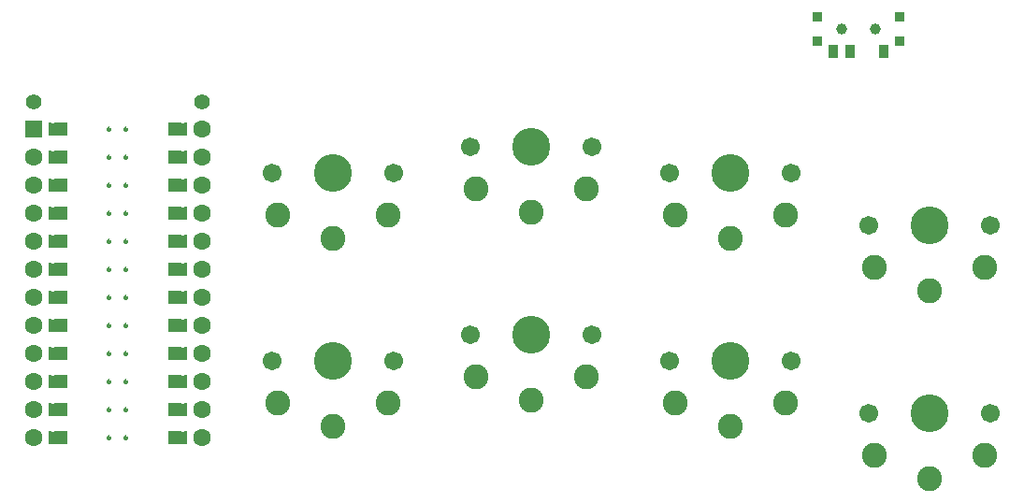
<source format=gts>
%TF.GenerationSoftware,KiCad,Pcbnew,(6.0.10)*%
%TF.CreationDate,2023-01-30T20:00:38-06:00*%
%TF.ProjectId,mypaintbrush_normal,6d797061-696e-4746-9272-7573685f6e6f,rev?*%
%TF.SameCoordinates,Original*%
%TF.FileFunction,Soldermask,Top*%
%TF.FilePolarity,Negative*%
%FSLAX46Y46*%
G04 Gerber Fmt 4.6, Leading zero omitted, Abs format (unit mm)*
G04 Created by KiCad (PCBNEW (6.0.10)) date 2023-01-30 20:00:38*
%MOMM*%
%LPD*%
G01*
G04 APERTURE LIST*
G04 Aperture macros list*
%AMFreePoly0*
4,1,6,0.600000,0.200000,0.000000,-0.400000,-0.600000,0.200000,-0.600000,0.400000,0.600000,0.400000,0.600000,0.200000,0.600000,0.200000,$1*%
%AMFreePoly1*
4,1,6,0.600000,-0.250000,-0.600000,-0.250000,-0.600000,1.000000,0.000000,0.400000,0.600000,1.000000,0.600000,-0.250000,0.600000,-0.250000,$1*%
G04 Aperture macros list end*
%ADD10C,0.250000*%
%ADD11C,0.100000*%
%ADD12C,3.429000*%
%ADD13C,1.701800*%
%ADD14C,2.262000*%
%ADD15FreePoly0,90.000000*%
%ADD16C,1.600000*%
%ADD17FreePoly0,270.000000*%
%ADD18R,1.600000X1.600000*%
%ADD19FreePoly1,90.000000*%
%ADD20FreePoly1,270.000000*%
%ADD21C,1.397000*%
%ADD22C,1.000000*%
%ADD23R,0.900000X0.900000*%
%ADD24R,0.900000X1.250000*%
G04 APERTURE END LIST*
D10*
%TO.C,U1*%
X85764737Y-42329424D02*
G75*
G03*
X85764737Y-42329424I-125000J0D01*
G01*
X87288737Y-34709424D02*
G75*
G03*
X87288737Y-34709424I-125000J0D01*
G01*
X87288737Y-37249424D02*
G75*
G03*
X87288737Y-37249424I-125000J0D01*
G01*
X87288737Y-44869424D02*
G75*
G03*
X87288737Y-44869424I-125000J0D01*
G01*
X85764737Y-47409424D02*
G75*
G03*
X85764737Y-47409424I-125000J0D01*
G01*
X85764737Y-55029424D02*
G75*
G03*
X85764737Y-55029424I-125000J0D01*
G01*
X85764737Y-39789424D02*
G75*
G03*
X85764737Y-39789424I-125000J0D01*
G01*
X87288737Y-32169424D02*
G75*
G03*
X87288737Y-32169424I-125000J0D01*
G01*
X87288737Y-52489424D02*
G75*
G03*
X87288737Y-52489424I-125000J0D01*
G01*
X85764737Y-44869424D02*
G75*
G03*
X85764737Y-44869424I-125000J0D01*
G01*
X87288737Y-29629424D02*
G75*
G03*
X87288737Y-29629424I-125000J0D01*
G01*
X85764737Y-29629424D02*
G75*
G03*
X85764737Y-29629424I-125000J0D01*
G01*
X87288737Y-47409424D02*
G75*
G03*
X87288737Y-47409424I-125000J0D01*
G01*
X87288737Y-42329424D02*
G75*
G03*
X87288737Y-42329424I-125000J0D01*
G01*
X85764737Y-57569424D02*
G75*
G03*
X85764737Y-57569424I-125000J0D01*
G01*
X85764737Y-52489424D02*
G75*
G03*
X85764737Y-52489424I-125000J0D01*
G01*
X85764737Y-49949424D02*
G75*
G03*
X85764737Y-49949424I-125000J0D01*
G01*
X87288737Y-55029424D02*
G75*
G03*
X87288737Y-55029424I-125000J0D01*
G01*
X85764737Y-34709424D02*
G75*
G03*
X85764737Y-34709424I-125000J0D01*
G01*
X87288737Y-39789424D02*
G75*
G03*
X87288737Y-39789424I-125000J0D01*
G01*
X85764737Y-32169424D02*
G75*
G03*
X85764737Y-32169424I-125000J0D01*
G01*
X85764737Y-37249424D02*
G75*
G03*
X85764737Y-37249424I-125000J0D01*
G01*
X87288737Y-57569424D02*
G75*
G03*
X87288737Y-57569424I-125000J0D01*
G01*
X87288737Y-49949424D02*
G75*
G03*
X87288737Y-49949424I-125000J0D01*
G01*
G36*
X81321737Y-42837424D02*
G01*
X80305737Y-42837424D01*
X80305737Y-41821424D01*
X81321737Y-41821424D01*
X81321737Y-42837424D01*
G37*
D11*
X81321737Y-42837424D02*
X80305737Y-42837424D01*
X80305737Y-41821424D01*
X81321737Y-41821424D01*
X81321737Y-42837424D01*
G36*
X92497737Y-40297424D02*
G01*
X91481737Y-40297424D01*
X91481737Y-39281424D01*
X92497737Y-39281424D01*
X92497737Y-40297424D01*
G37*
X92497737Y-40297424D02*
X91481737Y-40297424D01*
X91481737Y-39281424D01*
X92497737Y-39281424D01*
X92497737Y-40297424D01*
G36*
X81321737Y-37757424D02*
G01*
X80305737Y-37757424D01*
X80305737Y-36741424D01*
X81321737Y-36741424D01*
X81321737Y-37757424D01*
G37*
X81321737Y-37757424D02*
X80305737Y-37757424D01*
X80305737Y-36741424D01*
X81321737Y-36741424D01*
X81321737Y-37757424D01*
G36*
X92497737Y-35217424D02*
G01*
X91481737Y-35217424D01*
X91481737Y-34201424D01*
X92497737Y-34201424D01*
X92497737Y-35217424D01*
G37*
X92497737Y-35217424D02*
X91481737Y-35217424D01*
X91481737Y-34201424D01*
X92497737Y-34201424D01*
X92497737Y-35217424D01*
G36*
X81321737Y-30137424D02*
G01*
X80305737Y-30137424D01*
X80305737Y-29121424D01*
X81321737Y-29121424D01*
X81321737Y-30137424D01*
G37*
X81321737Y-30137424D02*
X80305737Y-30137424D01*
X80305737Y-29121424D01*
X81321737Y-29121424D01*
X81321737Y-30137424D01*
G36*
X81321737Y-32677424D02*
G01*
X80305737Y-32677424D01*
X80305737Y-31661424D01*
X81321737Y-31661424D01*
X81321737Y-32677424D01*
G37*
X81321737Y-32677424D02*
X80305737Y-32677424D01*
X80305737Y-31661424D01*
X81321737Y-31661424D01*
X81321737Y-32677424D01*
G36*
X81321737Y-52997424D02*
G01*
X80305737Y-52997424D01*
X80305737Y-51981424D01*
X81321737Y-51981424D01*
X81321737Y-52997424D01*
G37*
X81321737Y-52997424D02*
X80305737Y-52997424D01*
X80305737Y-51981424D01*
X81321737Y-51981424D01*
X81321737Y-52997424D01*
G36*
X81321737Y-50457424D02*
G01*
X80305737Y-50457424D01*
X80305737Y-49441424D01*
X81321737Y-49441424D01*
X81321737Y-50457424D01*
G37*
X81321737Y-50457424D02*
X80305737Y-50457424D01*
X80305737Y-49441424D01*
X81321737Y-49441424D01*
X81321737Y-50457424D01*
G36*
X92497737Y-45377424D02*
G01*
X91481737Y-45377424D01*
X91481737Y-44361424D01*
X92497737Y-44361424D01*
X92497737Y-45377424D01*
G37*
X92497737Y-45377424D02*
X91481737Y-45377424D01*
X91481737Y-44361424D01*
X92497737Y-44361424D01*
X92497737Y-45377424D01*
G36*
X81321737Y-45377424D02*
G01*
X80305737Y-45377424D01*
X80305737Y-44361424D01*
X81321737Y-44361424D01*
X81321737Y-45377424D01*
G37*
X81321737Y-45377424D02*
X80305737Y-45377424D01*
X80305737Y-44361424D01*
X81321737Y-44361424D01*
X81321737Y-45377424D01*
G36*
X92497737Y-58077424D02*
G01*
X91481737Y-58077424D01*
X91481737Y-57061424D01*
X92497737Y-57061424D01*
X92497737Y-58077424D01*
G37*
X92497737Y-58077424D02*
X91481737Y-58077424D01*
X91481737Y-57061424D01*
X92497737Y-57061424D01*
X92497737Y-58077424D01*
G36*
X92497737Y-30137424D02*
G01*
X91481737Y-30137424D01*
X91481737Y-29121424D01*
X92497737Y-29121424D01*
X92497737Y-30137424D01*
G37*
X92497737Y-30137424D02*
X91481737Y-30137424D01*
X91481737Y-29121424D01*
X92497737Y-29121424D01*
X92497737Y-30137424D01*
G36*
X92497737Y-52997424D02*
G01*
X91481737Y-52997424D01*
X91481737Y-51981424D01*
X92497737Y-51981424D01*
X92497737Y-52997424D01*
G37*
X92497737Y-52997424D02*
X91481737Y-52997424D01*
X91481737Y-51981424D01*
X92497737Y-51981424D01*
X92497737Y-52997424D01*
G36*
X92497737Y-47917424D02*
G01*
X91481737Y-47917424D01*
X91481737Y-46901424D01*
X92497737Y-46901424D01*
X92497737Y-47917424D01*
G37*
X92497737Y-47917424D02*
X91481737Y-47917424D01*
X91481737Y-46901424D01*
X92497737Y-46901424D01*
X92497737Y-47917424D01*
G36*
X92497737Y-32677424D02*
G01*
X91481737Y-32677424D01*
X91481737Y-31661424D01*
X92497737Y-31661424D01*
X92497737Y-32677424D01*
G37*
X92497737Y-32677424D02*
X91481737Y-32677424D01*
X91481737Y-31661424D01*
X92497737Y-31661424D01*
X92497737Y-32677424D01*
G36*
X81321737Y-58077424D02*
G01*
X80305737Y-58077424D01*
X80305737Y-57061424D01*
X81321737Y-57061424D01*
X81321737Y-58077424D01*
G37*
X81321737Y-58077424D02*
X80305737Y-58077424D01*
X80305737Y-57061424D01*
X81321737Y-57061424D01*
X81321737Y-58077424D01*
G36*
X92497737Y-50457424D02*
G01*
X91481737Y-50457424D01*
X91481737Y-49441424D01*
X92497737Y-49441424D01*
X92497737Y-50457424D01*
G37*
X92497737Y-50457424D02*
X91481737Y-50457424D01*
X91481737Y-49441424D01*
X92497737Y-49441424D01*
X92497737Y-50457424D01*
G36*
X92497737Y-55537424D02*
G01*
X91481737Y-55537424D01*
X91481737Y-54521424D01*
X92497737Y-54521424D01*
X92497737Y-55537424D01*
G37*
X92497737Y-55537424D02*
X91481737Y-55537424D01*
X91481737Y-54521424D01*
X92497737Y-54521424D01*
X92497737Y-55537424D01*
G36*
X81321737Y-40297424D02*
G01*
X80305737Y-40297424D01*
X80305737Y-39281424D01*
X81321737Y-39281424D01*
X81321737Y-40297424D01*
G37*
X81321737Y-40297424D02*
X80305737Y-40297424D01*
X80305737Y-39281424D01*
X81321737Y-39281424D01*
X81321737Y-40297424D01*
G36*
X81321737Y-35217424D02*
G01*
X80305737Y-35217424D01*
X80305737Y-34201424D01*
X81321737Y-34201424D01*
X81321737Y-35217424D01*
G37*
X81321737Y-35217424D02*
X80305737Y-35217424D01*
X80305737Y-34201424D01*
X81321737Y-34201424D01*
X81321737Y-35217424D01*
G36*
X92497737Y-42837424D02*
G01*
X91481737Y-42837424D01*
X91481737Y-41821424D01*
X92497737Y-41821424D01*
X92497737Y-42837424D01*
G37*
X92497737Y-42837424D02*
X91481737Y-42837424D01*
X91481737Y-41821424D01*
X92497737Y-41821424D01*
X92497737Y-42837424D01*
G36*
X92497737Y-37757424D02*
G01*
X91481737Y-37757424D01*
X91481737Y-36741424D01*
X92497737Y-36741424D01*
X92497737Y-37757424D01*
G37*
X92497737Y-37757424D02*
X91481737Y-37757424D01*
X91481737Y-36741424D01*
X92497737Y-36741424D01*
X92497737Y-37757424D01*
G36*
X81321737Y-47917424D02*
G01*
X80305737Y-47917424D01*
X80305737Y-46901424D01*
X81321737Y-46901424D01*
X81321737Y-47917424D01*
G37*
X81321737Y-47917424D02*
X80305737Y-47917424D01*
X80305737Y-46901424D01*
X81321737Y-46901424D01*
X81321737Y-47917424D01*
G36*
X81321737Y-55537424D02*
G01*
X80305737Y-55537424D01*
X80305737Y-54521424D01*
X81321737Y-54521424D01*
X81321737Y-55537424D01*
G37*
X81321737Y-55537424D02*
X80305737Y-55537424D01*
X80305737Y-54521424D01*
X81321737Y-54521424D01*
X81321737Y-55537424D01*
%TD*%
D12*
%TO.C,KEY2*%
X123901737Y-31219424D03*
D13*
X118401737Y-31219424D03*
X129401737Y-31219424D03*
D14*
X123901737Y-37119424D03*
X128901737Y-35019424D03*
X118901737Y-35019424D03*
%TD*%
D12*
%TO.C,KEY3*%
X141901739Y-33599426D03*
D13*
X147401739Y-33599426D03*
X136401739Y-33599426D03*
D14*
X141901739Y-39499426D03*
X136901739Y-37399426D03*
X146901739Y-37399426D03*
%TD*%
D13*
%TO.C,KEY4*%
X165401737Y-38349424D03*
D12*
X159901737Y-38349424D03*
D13*
X154401737Y-38349424D03*
D14*
X159901737Y-44249424D03*
X154901737Y-42149424D03*
X164901737Y-42149424D03*
%TD*%
D13*
%TO.C,KEY6*%
X118401739Y-48219424D03*
D12*
X123901739Y-48219424D03*
D13*
X129401739Y-48219424D03*
D14*
X123901739Y-54119424D03*
X118901739Y-52019424D03*
X128901739Y-52019424D03*
%TD*%
D13*
%TO.C,KEY7*%
X136401739Y-50599426D03*
X147401739Y-50599426D03*
D12*
X141901739Y-50599426D03*
D14*
X141901739Y-56499426D03*
X136901739Y-54399426D03*
X146901739Y-54399426D03*
%TD*%
D13*
%TO.C,KEY8*%
X154401739Y-55349423D03*
X165401739Y-55349423D03*
D12*
X159901739Y-55349423D03*
D14*
X159901739Y-61249423D03*
X154901739Y-59149423D03*
X164901739Y-59149423D03*
%TD*%
D13*
%TO.C,KEY1*%
X100401737Y-33599424D03*
D12*
X105901737Y-33599424D03*
D13*
X111401737Y-33599424D03*
D14*
X105901737Y-39499424D03*
X100901737Y-37399424D03*
X110901737Y-37399424D03*
%TD*%
D13*
%TO.C,KEY5*%
X111401736Y-50599424D03*
D12*
X105901736Y-50599424D03*
D13*
X100401736Y-50599424D03*
D14*
X105901736Y-56499424D03*
X110901736Y-54399424D03*
X100901736Y-54399424D03*
%TD*%
D15*
%TO.C,U1*%
X80559737Y-55029424D03*
D16*
X94021737Y-39789424D03*
D17*
X92243737Y-57569424D03*
X92243737Y-34709424D03*
X92243737Y-47409424D03*
D15*
X80559737Y-42329424D03*
D17*
X92243737Y-49949424D03*
D16*
X94021737Y-29629424D03*
D17*
X92243737Y-37249424D03*
D15*
X80559737Y-34709424D03*
X80559737Y-49949424D03*
D16*
X94021737Y-32169424D03*
D17*
X92243737Y-29629424D03*
D16*
X94021737Y-37249424D03*
X78781737Y-32169424D03*
X94021737Y-47409424D03*
D17*
X92243737Y-39789424D03*
D15*
X80559737Y-47409424D03*
D17*
X92243737Y-55029424D03*
D16*
X94021737Y-55029424D03*
X94021737Y-49949424D03*
X78781737Y-55029424D03*
D15*
X80559737Y-52489424D03*
X80559737Y-37249424D03*
D16*
X78781737Y-47409424D03*
D15*
X80559737Y-44869424D03*
D16*
X78781737Y-34709424D03*
X94021737Y-42329424D03*
X78781737Y-44869424D03*
D18*
X78781737Y-29629424D03*
D16*
X94021737Y-52489424D03*
D17*
X92243737Y-32169424D03*
D16*
X94021737Y-34709424D03*
D17*
X92243737Y-44869424D03*
D16*
X94021737Y-57569424D03*
D15*
X80559737Y-29629424D03*
D16*
X78781737Y-39789424D03*
D17*
X92243737Y-52489424D03*
D16*
X94021737Y-44869424D03*
D15*
X80559737Y-39789424D03*
D16*
X78781737Y-57569424D03*
X78781737Y-29629424D03*
D15*
X80559737Y-57569424D03*
X80559737Y-32169424D03*
D17*
X92243737Y-42329424D03*
D16*
X78781737Y-52489424D03*
X78781737Y-42329424D03*
X78781737Y-37249424D03*
X78781737Y-49949424D03*
D19*
X81575737Y-29629424D03*
X81575737Y-32169424D03*
X81575737Y-34709424D03*
X81575737Y-37249424D03*
X81575737Y-39789424D03*
X81575737Y-42329424D03*
X81575737Y-44869424D03*
X81575737Y-47409424D03*
X81575737Y-49949424D03*
X81575737Y-52489424D03*
X81575737Y-55029424D03*
X81575737Y-57569424D03*
D20*
X91227737Y-57569424D03*
X91227737Y-55029424D03*
X91227737Y-52489424D03*
X91227737Y-49949424D03*
X91227737Y-47409424D03*
X91227737Y-44869424D03*
X91227737Y-42329424D03*
X91227737Y-39789424D03*
X91227737Y-37249424D03*
X91227737Y-34709424D03*
X91227737Y-32169424D03*
X91227737Y-29629424D03*
%TD*%
D21*
%TO.C,Bat+1*%
X94021737Y-27129424D03*
%TD*%
%TO.C,BatGND1*%
X78781737Y-27129424D03*
%TD*%
D22*
%TO.C,SW_POWER1*%
X155001736Y-20511924D03*
X152001736Y-20511924D03*
D23*
X157201736Y-19411924D03*
X157201736Y-21611924D03*
X149801736Y-21611924D03*
X149801736Y-19411924D03*
D24*
X155751736Y-22586924D03*
X152751736Y-22586923D03*
X151251736Y-22586924D03*
%TD*%
M02*

</source>
